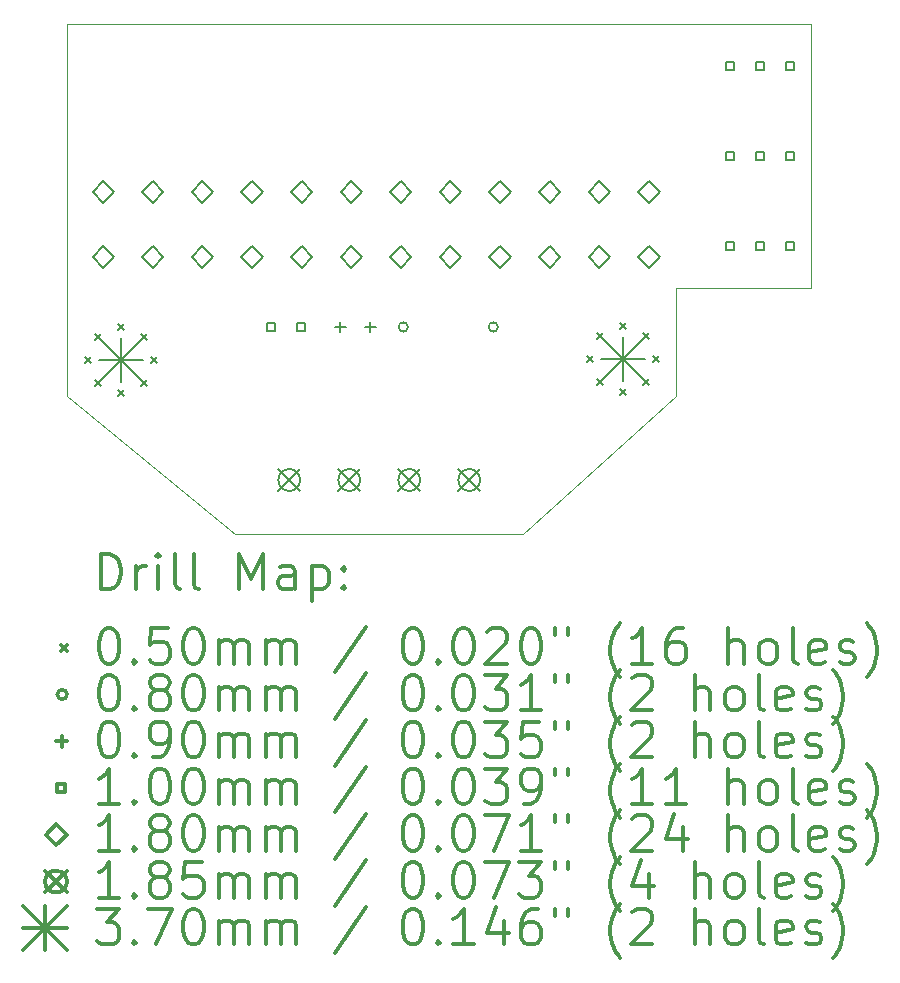
<source format=gbr>
%FSLAX45Y45*%
G04 Gerber Fmt 4.5, Leading zero omitted, Abs format (unit mm)*
G04 Created by KiCad (PCBNEW (5.1.6)-1) date 2022-09-12 11:02:47*
%MOMM*%
%LPD*%
G01*
G04 APERTURE LIST*
%TA.AperFunction,Profile*%
%ADD10C,0.050000*%
%TD*%
%ADD11C,0.200000*%
%ADD12C,0.300000*%
G04 APERTURE END LIST*
D10*
X14071600Y-12293600D02*
X12649200Y-11125200D01*
X12649200Y-11023600D02*
X12649200Y-11125200D01*
X14071600Y-12293600D02*
X15290800Y-12293600D01*
X12649200Y-7975600D02*
X12649200Y-11023600D01*
X18948400Y-7975600D02*
X12649200Y-7975600D01*
X18948400Y-10210800D02*
X18948400Y-7975600D01*
X17805400Y-10210800D02*
X18948400Y-10210800D01*
X17805400Y-11125200D02*
X17805400Y-10210800D01*
X16510000Y-12293600D02*
X17805400Y-11125200D01*
X15290800Y-12293600D02*
X16510000Y-12293600D01*
D11*
X17052678Y-10788422D02*
X17102678Y-10838422D01*
X17102678Y-10788422D02*
X17052678Y-10838422D01*
X17133956Y-10592200D02*
X17183956Y-10642200D01*
X17183956Y-10592200D02*
X17133956Y-10642200D01*
X17133956Y-10984644D02*
X17183956Y-11034644D01*
X17183956Y-10984644D02*
X17133956Y-11034644D01*
X17330178Y-10510922D02*
X17380178Y-10560922D01*
X17380178Y-10510922D02*
X17330178Y-10560922D01*
X17330178Y-11065922D02*
X17380178Y-11115922D01*
X17380178Y-11065922D02*
X17330178Y-11115922D01*
X17526400Y-10592200D02*
X17576400Y-10642200D01*
X17576400Y-10592200D02*
X17526400Y-10642200D01*
X17526400Y-10984644D02*
X17576400Y-11034644D01*
X17576400Y-10984644D02*
X17526400Y-11034644D01*
X17607678Y-10788422D02*
X17657678Y-10838422D01*
X17657678Y-10788422D02*
X17607678Y-10838422D01*
X12803900Y-10795400D02*
X12853900Y-10845400D01*
X12853900Y-10795400D02*
X12803900Y-10845400D01*
X12885178Y-10599178D02*
X12935178Y-10649178D01*
X12935178Y-10599178D02*
X12885178Y-10649178D01*
X12885178Y-10991622D02*
X12935178Y-11041622D01*
X12935178Y-10991622D02*
X12885178Y-11041622D01*
X13081400Y-10517900D02*
X13131400Y-10567900D01*
X13131400Y-10517900D02*
X13081400Y-10567900D01*
X13081400Y-11072900D02*
X13131400Y-11122900D01*
X13131400Y-11072900D02*
X13081400Y-11122900D01*
X13277622Y-10599178D02*
X13327622Y-10649178D01*
X13327622Y-10599178D02*
X13277622Y-10649178D01*
X13277622Y-10991622D02*
X13327622Y-11041622D01*
X13327622Y-10991622D02*
X13277622Y-11041622D01*
X13358900Y-10795400D02*
X13408900Y-10845400D01*
X13408900Y-10795400D02*
X13358900Y-10845400D01*
X15534000Y-10541000D02*
G75*
G03*
X15534000Y-10541000I-40000J0D01*
G01*
X16296000Y-10541000D02*
G75*
G03*
X16296000Y-10541000I-40000J0D01*
G01*
X14960600Y-10496000D02*
X14960600Y-10586000D01*
X14915600Y-10541000D02*
X15005600Y-10541000D01*
X15214600Y-10496000D02*
X15214600Y-10586000D01*
X15169600Y-10541000D02*
X15259600Y-10541000D01*
X18297956Y-8366556D02*
X18297956Y-8295844D01*
X18227244Y-8295844D01*
X18227244Y-8366556D01*
X18297956Y-8366556D01*
X18551956Y-8366556D02*
X18551956Y-8295844D01*
X18481244Y-8295844D01*
X18481244Y-8366556D01*
X18551956Y-8366556D01*
X18805956Y-8366556D02*
X18805956Y-8295844D01*
X18735244Y-8295844D01*
X18735244Y-8366556D01*
X18805956Y-8366556D01*
X14411756Y-10576356D02*
X14411756Y-10505644D01*
X14341044Y-10505644D01*
X14341044Y-10576356D01*
X14411756Y-10576356D01*
X14665756Y-10576356D02*
X14665756Y-10505644D01*
X14595044Y-10505644D01*
X14595044Y-10576356D01*
X14665756Y-10576356D01*
X18297956Y-9128556D02*
X18297956Y-9057844D01*
X18227244Y-9057844D01*
X18227244Y-9128556D01*
X18297956Y-9128556D01*
X18551956Y-9128556D02*
X18551956Y-9057844D01*
X18481244Y-9057844D01*
X18481244Y-9128556D01*
X18551956Y-9128556D01*
X18805956Y-9128556D02*
X18805956Y-9057844D01*
X18735244Y-9057844D01*
X18735244Y-9128556D01*
X18805956Y-9128556D01*
X18297956Y-9890556D02*
X18297956Y-9819844D01*
X18227244Y-9819844D01*
X18227244Y-9890556D01*
X18297956Y-9890556D01*
X18551956Y-9890556D02*
X18551956Y-9819844D01*
X18481244Y-9819844D01*
X18481244Y-9890556D01*
X18551956Y-9890556D01*
X18805956Y-9890556D02*
X18805956Y-9819844D01*
X18735244Y-9819844D01*
X18735244Y-9890556D01*
X18805956Y-9890556D01*
X12954000Y-9488000D02*
X13044000Y-9398000D01*
X12954000Y-9308000D01*
X12864000Y-9398000D01*
X12954000Y-9488000D01*
X12954000Y-10038000D02*
X13044000Y-9948000D01*
X12954000Y-9858000D01*
X12864000Y-9948000D01*
X12954000Y-10038000D01*
X13374000Y-9488000D02*
X13464000Y-9398000D01*
X13374000Y-9308000D01*
X13284000Y-9398000D01*
X13374000Y-9488000D01*
X13374000Y-10038000D02*
X13464000Y-9948000D01*
X13374000Y-9858000D01*
X13284000Y-9948000D01*
X13374000Y-10038000D01*
X13794000Y-9488000D02*
X13884000Y-9398000D01*
X13794000Y-9308000D01*
X13704000Y-9398000D01*
X13794000Y-9488000D01*
X13794000Y-10038000D02*
X13884000Y-9948000D01*
X13794000Y-9858000D01*
X13704000Y-9948000D01*
X13794000Y-10038000D01*
X14214000Y-9488000D02*
X14304000Y-9398000D01*
X14214000Y-9308000D01*
X14124000Y-9398000D01*
X14214000Y-9488000D01*
X14214000Y-10038000D02*
X14304000Y-9948000D01*
X14214000Y-9858000D01*
X14124000Y-9948000D01*
X14214000Y-10038000D01*
X14634000Y-9488000D02*
X14724000Y-9398000D01*
X14634000Y-9308000D01*
X14544000Y-9398000D01*
X14634000Y-9488000D01*
X14634000Y-10038000D02*
X14724000Y-9948000D01*
X14634000Y-9858000D01*
X14544000Y-9948000D01*
X14634000Y-10038000D01*
X15054000Y-9488000D02*
X15144000Y-9398000D01*
X15054000Y-9308000D01*
X14964000Y-9398000D01*
X15054000Y-9488000D01*
X15054000Y-10038000D02*
X15144000Y-9948000D01*
X15054000Y-9858000D01*
X14964000Y-9948000D01*
X15054000Y-10038000D01*
X15474000Y-9488000D02*
X15564000Y-9398000D01*
X15474000Y-9308000D01*
X15384000Y-9398000D01*
X15474000Y-9488000D01*
X15474000Y-10038000D02*
X15564000Y-9948000D01*
X15474000Y-9858000D01*
X15384000Y-9948000D01*
X15474000Y-10038000D01*
X15894000Y-9488000D02*
X15984000Y-9398000D01*
X15894000Y-9308000D01*
X15804000Y-9398000D01*
X15894000Y-9488000D01*
X15894000Y-10038000D02*
X15984000Y-9948000D01*
X15894000Y-9858000D01*
X15804000Y-9948000D01*
X15894000Y-10038000D01*
X16314000Y-9488000D02*
X16404000Y-9398000D01*
X16314000Y-9308000D01*
X16224000Y-9398000D01*
X16314000Y-9488000D01*
X16314000Y-10038000D02*
X16404000Y-9948000D01*
X16314000Y-9858000D01*
X16224000Y-9948000D01*
X16314000Y-10038000D01*
X16734000Y-9488000D02*
X16824000Y-9398000D01*
X16734000Y-9308000D01*
X16644000Y-9398000D01*
X16734000Y-9488000D01*
X16734000Y-10038000D02*
X16824000Y-9948000D01*
X16734000Y-9858000D01*
X16644000Y-9948000D01*
X16734000Y-10038000D01*
X17154000Y-9488000D02*
X17244000Y-9398000D01*
X17154000Y-9308000D01*
X17064000Y-9398000D01*
X17154000Y-9488000D01*
X17154000Y-10038000D02*
X17244000Y-9948000D01*
X17154000Y-9858000D01*
X17064000Y-9948000D01*
X17154000Y-10038000D01*
X17574000Y-9488000D02*
X17664000Y-9398000D01*
X17574000Y-9308000D01*
X17484000Y-9398000D01*
X17574000Y-9488000D01*
X17574000Y-10038000D02*
X17664000Y-9948000D01*
X17574000Y-9858000D01*
X17484000Y-9948000D01*
X17574000Y-10038000D01*
X14436300Y-11743900D02*
X14621300Y-11928900D01*
X14621300Y-11743900D02*
X14436300Y-11928900D01*
X14621300Y-11836400D02*
G75*
G03*
X14621300Y-11836400I-92500J0D01*
G01*
X14944300Y-11743900D02*
X15129300Y-11928900D01*
X15129300Y-11743900D02*
X14944300Y-11928900D01*
X15129300Y-11836400D02*
G75*
G03*
X15129300Y-11836400I-92500J0D01*
G01*
X15452300Y-11743900D02*
X15637300Y-11928900D01*
X15637300Y-11743900D02*
X15452300Y-11928900D01*
X15637300Y-11836400D02*
G75*
G03*
X15637300Y-11836400I-92500J0D01*
G01*
X15960300Y-11743900D02*
X16145300Y-11928900D01*
X16145300Y-11743900D02*
X15960300Y-11928900D01*
X16145300Y-11836400D02*
G75*
G03*
X16145300Y-11836400I-92500J0D01*
G01*
X17170178Y-10628422D02*
X17540178Y-10998422D01*
X17540178Y-10628422D02*
X17170178Y-10998422D01*
X17355178Y-10628422D02*
X17355178Y-10998422D01*
X17170178Y-10813422D02*
X17540178Y-10813422D01*
X12921400Y-10635400D02*
X13291400Y-11005400D01*
X13291400Y-10635400D02*
X12921400Y-11005400D01*
X13106400Y-10635400D02*
X13106400Y-11005400D01*
X12921400Y-10820400D02*
X13291400Y-10820400D01*
D12*
X12933128Y-12761814D02*
X12933128Y-12461814D01*
X13004557Y-12461814D01*
X13047414Y-12476100D01*
X13075986Y-12504671D01*
X13090271Y-12533243D01*
X13104557Y-12590386D01*
X13104557Y-12633243D01*
X13090271Y-12690386D01*
X13075986Y-12718957D01*
X13047414Y-12747529D01*
X13004557Y-12761814D01*
X12933128Y-12761814D01*
X13233128Y-12761814D02*
X13233128Y-12561814D01*
X13233128Y-12618957D02*
X13247414Y-12590386D01*
X13261700Y-12576100D01*
X13290271Y-12561814D01*
X13318843Y-12561814D01*
X13418843Y-12761814D02*
X13418843Y-12561814D01*
X13418843Y-12461814D02*
X13404557Y-12476100D01*
X13418843Y-12490386D01*
X13433128Y-12476100D01*
X13418843Y-12461814D01*
X13418843Y-12490386D01*
X13604557Y-12761814D02*
X13575986Y-12747529D01*
X13561700Y-12718957D01*
X13561700Y-12461814D01*
X13761700Y-12761814D02*
X13733128Y-12747529D01*
X13718843Y-12718957D01*
X13718843Y-12461814D01*
X14104557Y-12761814D02*
X14104557Y-12461814D01*
X14204557Y-12676100D01*
X14304557Y-12461814D01*
X14304557Y-12761814D01*
X14575986Y-12761814D02*
X14575986Y-12604671D01*
X14561700Y-12576100D01*
X14533128Y-12561814D01*
X14475986Y-12561814D01*
X14447414Y-12576100D01*
X14575986Y-12747529D02*
X14547414Y-12761814D01*
X14475986Y-12761814D01*
X14447414Y-12747529D01*
X14433128Y-12718957D01*
X14433128Y-12690386D01*
X14447414Y-12661814D01*
X14475986Y-12647529D01*
X14547414Y-12647529D01*
X14575986Y-12633243D01*
X14718843Y-12561814D02*
X14718843Y-12861814D01*
X14718843Y-12576100D02*
X14747414Y-12561814D01*
X14804557Y-12561814D01*
X14833128Y-12576100D01*
X14847414Y-12590386D01*
X14861700Y-12618957D01*
X14861700Y-12704671D01*
X14847414Y-12733243D01*
X14833128Y-12747529D01*
X14804557Y-12761814D01*
X14747414Y-12761814D01*
X14718843Y-12747529D01*
X14990271Y-12733243D02*
X15004557Y-12747529D01*
X14990271Y-12761814D01*
X14975986Y-12747529D01*
X14990271Y-12733243D01*
X14990271Y-12761814D01*
X14990271Y-12576100D02*
X15004557Y-12590386D01*
X14990271Y-12604671D01*
X14975986Y-12590386D01*
X14990271Y-12576100D01*
X14990271Y-12604671D01*
X12596700Y-13231100D02*
X12646700Y-13281100D01*
X12646700Y-13231100D02*
X12596700Y-13281100D01*
X12990271Y-13091814D02*
X13018843Y-13091814D01*
X13047414Y-13106100D01*
X13061700Y-13120386D01*
X13075986Y-13148957D01*
X13090271Y-13206100D01*
X13090271Y-13277529D01*
X13075986Y-13334671D01*
X13061700Y-13363243D01*
X13047414Y-13377529D01*
X13018843Y-13391814D01*
X12990271Y-13391814D01*
X12961700Y-13377529D01*
X12947414Y-13363243D01*
X12933128Y-13334671D01*
X12918843Y-13277529D01*
X12918843Y-13206100D01*
X12933128Y-13148957D01*
X12947414Y-13120386D01*
X12961700Y-13106100D01*
X12990271Y-13091814D01*
X13218843Y-13363243D02*
X13233128Y-13377529D01*
X13218843Y-13391814D01*
X13204557Y-13377529D01*
X13218843Y-13363243D01*
X13218843Y-13391814D01*
X13504557Y-13091814D02*
X13361700Y-13091814D01*
X13347414Y-13234671D01*
X13361700Y-13220386D01*
X13390271Y-13206100D01*
X13461700Y-13206100D01*
X13490271Y-13220386D01*
X13504557Y-13234671D01*
X13518843Y-13263243D01*
X13518843Y-13334671D01*
X13504557Y-13363243D01*
X13490271Y-13377529D01*
X13461700Y-13391814D01*
X13390271Y-13391814D01*
X13361700Y-13377529D01*
X13347414Y-13363243D01*
X13704557Y-13091814D02*
X13733128Y-13091814D01*
X13761700Y-13106100D01*
X13775986Y-13120386D01*
X13790271Y-13148957D01*
X13804557Y-13206100D01*
X13804557Y-13277529D01*
X13790271Y-13334671D01*
X13775986Y-13363243D01*
X13761700Y-13377529D01*
X13733128Y-13391814D01*
X13704557Y-13391814D01*
X13675986Y-13377529D01*
X13661700Y-13363243D01*
X13647414Y-13334671D01*
X13633128Y-13277529D01*
X13633128Y-13206100D01*
X13647414Y-13148957D01*
X13661700Y-13120386D01*
X13675986Y-13106100D01*
X13704557Y-13091814D01*
X13933128Y-13391814D02*
X13933128Y-13191814D01*
X13933128Y-13220386D02*
X13947414Y-13206100D01*
X13975986Y-13191814D01*
X14018843Y-13191814D01*
X14047414Y-13206100D01*
X14061700Y-13234671D01*
X14061700Y-13391814D01*
X14061700Y-13234671D02*
X14075986Y-13206100D01*
X14104557Y-13191814D01*
X14147414Y-13191814D01*
X14175986Y-13206100D01*
X14190271Y-13234671D01*
X14190271Y-13391814D01*
X14333128Y-13391814D02*
X14333128Y-13191814D01*
X14333128Y-13220386D02*
X14347414Y-13206100D01*
X14375986Y-13191814D01*
X14418843Y-13191814D01*
X14447414Y-13206100D01*
X14461700Y-13234671D01*
X14461700Y-13391814D01*
X14461700Y-13234671D02*
X14475986Y-13206100D01*
X14504557Y-13191814D01*
X14547414Y-13191814D01*
X14575986Y-13206100D01*
X14590271Y-13234671D01*
X14590271Y-13391814D01*
X15175986Y-13077529D02*
X14918843Y-13463243D01*
X15561700Y-13091814D02*
X15590271Y-13091814D01*
X15618843Y-13106100D01*
X15633128Y-13120386D01*
X15647414Y-13148957D01*
X15661700Y-13206100D01*
X15661700Y-13277529D01*
X15647414Y-13334671D01*
X15633128Y-13363243D01*
X15618843Y-13377529D01*
X15590271Y-13391814D01*
X15561700Y-13391814D01*
X15533128Y-13377529D01*
X15518843Y-13363243D01*
X15504557Y-13334671D01*
X15490271Y-13277529D01*
X15490271Y-13206100D01*
X15504557Y-13148957D01*
X15518843Y-13120386D01*
X15533128Y-13106100D01*
X15561700Y-13091814D01*
X15790271Y-13363243D02*
X15804557Y-13377529D01*
X15790271Y-13391814D01*
X15775986Y-13377529D01*
X15790271Y-13363243D01*
X15790271Y-13391814D01*
X15990271Y-13091814D02*
X16018843Y-13091814D01*
X16047414Y-13106100D01*
X16061700Y-13120386D01*
X16075986Y-13148957D01*
X16090271Y-13206100D01*
X16090271Y-13277529D01*
X16075986Y-13334671D01*
X16061700Y-13363243D01*
X16047414Y-13377529D01*
X16018843Y-13391814D01*
X15990271Y-13391814D01*
X15961700Y-13377529D01*
X15947414Y-13363243D01*
X15933128Y-13334671D01*
X15918843Y-13277529D01*
X15918843Y-13206100D01*
X15933128Y-13148957D01*
X15947414Y-13120386D01*
X15961700Y-13106100D01*
X15990271Y-13091814D01*
X16204557Y-13120386D02*
X16218843Y-13106100D01*
X16247414Y-13091814D01*
X16318843Y-13091814D01*
X16347414Y-13106100D01*
X16361700Y-13120386D01*
X16375986Y-13148957D01*
X16375986Y-13177529D01*
X16361700Y-13220386D01*
X16190271Y-13391814D01*
X16375986Y-13391814D01*
X16561700Y-13091814D02*
X16590271Y-13091814D01*
X16618843Y-13106100D01*
X16633128Y-13120386D01*
X16647414Y-13148957D01*
X16661700Y-13206100D01*
X16661700Y-13277529D01*
X16647414Y-13334671D01*
X16633128Y-13363243D01*
X16618843Y-13377529D01*
X16590271Y-13391814D01*
X16561700Y-13391814D01*
X16533128Y-13377529D01*
X16518843Y-13363243D01*
X16504557Y-13334671D01*
X16490271Y-13277529D01*
X16490271Y-13206100D01*
X16504557Y-13148957D01*
X16518843Y-13120386D01*
X16533128Y-13106100D01*
X16561700Y-13091814D01*
X16775986Y-13091814D02*
X16775986Y-13148957D01*
X16890271Y-13091814D02*
X16890271Y-13148957D01*
X17333128Y-13506100D02*
X17318843Y-13491814D01*
X17290271Y-13448957D01*
X17275986Y-13420386D01*
X17261700Y-13377529D01*
X17247414Y-13306100D01*
X17247414Y-13248957D01*
X17261700Y-13177529D01*
X17275986Y-13134671D01*
X17290271Y-13106100D01*
X17318843Y-13063243D01*
X17333128Y-13048957D01*
X17604557Y-13391814D02*
X17433128Y-13391814D01*
X17518843Y-13391814D02*
X17518843Y-13091814D01*
X17490271Y-13134671D01*
X17461700Y-13163243D01*
X17433128Y-13177529D01*
X17861700Y-13091814D02*
X17804557Y-13091814D01*
X17775986Y-13106100D01*
X17761700Y-13120386D01*
X17733128Y-13163243D01*
X17718843Y-13220386D01*
X17718843Y-13334671D01*
X17733128Y-13363243D01*
X17747414Y-13377529D01*
X17775986Y-13391814D01*
X17833128Y-13391814D01*
X17861700Y-13377529D01*
X17875986Y-13363243D01*
X17890271Y-13334671D01*
X17890271Y-13263243D01*
X17875986Y-13234671D01*
X17861700Y-13220386D01*
X17833128Y-13206100D01*
X17775986Y-13206100D01*
X17747414Y-13220386D01*
X17733128Y-13234671D01*
X17718843Y-13263243D01*
X18247414Y-13391814D02*
X18247414Y-13091814D01*
X18375986Y-13391814D02*
X18375986Y-13234671D01*
X18361700Y-13206100D01*
X18333128Y-13191814D01*
X18290271Y-13191814D01*
X18261700Y-13206100D01*
X18247414Y-13220386D01*
X18561700Y-13391814D02*
X18533128Y-13377529D01*
X18518843Y-13363243D01*
X18504557Y-13334671D01*
X18504557Y-13248957D01*
X18518843Y-13220386D01*
X18533128Y-13206100D01*
X18561700Y-13191814D01*
X18604557Y-13191814D01*
X18633128Y-13206100D01*
X18647414Y-13220386D01*
X18661700Y-13248957D01*
X18661700Y-13334671D01*
X18647414Y-13363243D01*
X18633128Y-13377529D01*
X18604557Y-13391814D01*
X18561700Y-13391814D01*
X18833128Y-13391814D02*
X18804557Y-13377529D01*
X18790271Y-13348957D01*
X18790271Y-13091814D01*
X19061700Y-13377529D02*
X19033128Y-13391814D01*
X18975986Y-13391814D01*
X18947414Y-13377529D01*
X18933128Y-13348957D01*
X18933128Y-13234671D01*
X18947414Y-13206100D01*
X18975986Y-13191814D01*
X19033128Y-13191814D01*
X19061700Y-13206100D01*
X19075986Y-13234671D01*
X19075986Y-13263243D01*
X18933128Y-13291814D01*
X19190271Y-13377529D02*
X19218843Y-13391814D01*
X19275986Y-13391814D01*
X19304557Y-13377529D01*
X19318843Y-13348957D01*
X19318843Y-13334671D01*
X19304557Y-13306100D01*
X19275986Y-13291814D01*
X19233128Y-13291814D01*
X19204557Y-13277529D01*
X19190271Y-13248957D01*
X19190271Y-13234671D01*
X19204557Y-13206100D01*
X19233128Y-13191814D01*
X19275986Y-13191814D01*
X19304557Y-13206100D01*
X19418843Y-13506100D02*
X19433128Y-13491814D01*
X19461700Y-13448957D01*
X19475986Y-13420386D01*
X19490271Y-13377529D01*
X19504557Y-13306100D01*
X19504557Y-13248957D01*
X19490271Y-13177529D01*
X19475986Y-13134671D01*
X19461700Y-13106100D01*
X19433128Y-13063243D01*
X19418843Y-13048957D01*
X12646700Y-13652100D02*
G75*
G03*
X12646700Y-13652100I-40000J0D01*
G01*
X12990271Y-13487814D02*
X13018843Y-13487814D01*
X13047414Y-13502100D01*
X13061700Y-13516386D01*
X13075986Y-13544957D01*
X13090271Y-13602100D01*
X13090271Y-13673529D01*
X13075986Y-13730671D01*
X13061700Y-13759243D01*
X13047414Y-13773529D01*
X13018843Y-13787814D01*
X12990271Y-13787814D01*
X12961700Y-13773529D01*
X12947414Y-13759243D01*
X12933128Y-13730671D01*
X12918843Y-13673529D01*
X12918843Y-13602100D01*
X12933128Y-13544957D01*
X12947414Y-13516386D01*
X12961700Y-13502100D01*
X12990271Y-13487814D01*
X13218843Y-13759243D02*
X13233128Y-13773529D01*
X13218843Y-13787814D01*
X13204557Y-13773529D01*
X13218843Y-13759243D01*
X13218843Y-13787814D01*
X13404557Y-13616386D02*
X13375986Y-13602100D01*
X13361700Y-13587814D01*
X13347414Y-13559243D01*
X13347414Y-13544957D01*
X13361700Y-13516386D01*
X13375986Y-13502100D01*
X13404557Y-13487814D01*
X13461700Y-13487814D01*
X13490271Y-13502100D01*
X13504557Y-13516386D01*
X13518843Y-13544957D01*
X13518843Y-13559243D01*
X13504557Y-13587814D01*
X13490271Y-13602100D01*
X13461700Y-13616386D01*
X13404557Y-13616386D01*
X13375986Y-13630671D01*
X13361700Y-13644957D01*
X13347414Y-13673529D01*
X13347414Y-13730671D01*
X13361700Y-13759243D01*
X13375986Y-13773529D01*
X13404557Y-13787814D01*
X13461700Y-13787814D01*
X13490271Y-13773529D01*
X13504557Y-13759243D01*
X13518843Y-13730671D01*
X13518843Y-13673529D01*
X13504557Y-13644957D01*
X13490271Y-13630671D01*
X13461700Y-13616386D01*
X13704557Y-13487814D02*
X13733128Y-13487814D01*
X13761700Y-13502100D01*
X13775986Y-13516386D01*
X13790271Y-13544957D01*
X13804557Y-13602100D01*
X13804557Y-13673529D01*
X13790271Y-13730671D01*
X13775986Y-13759243D01*
X13761700Y-13773529D01*
X13733128Y-13787814D01*
X13704557Y-13787814D01*
X13675986Y-13773529D01*
X13661700Y-13759243D01*
X13647414Y-13730671D01*
X13633128Y-13673529D01*
X13633128Y-13602100D01*
X13647414Y-13544957D01*
X13661700Y-13516386D01*
X13675986Y-13502100D01*
X13704557Y-13487814D01*
X13933128Y-13787814D02*
X13933128Y-13587814D01*
X13933128Y-13616386D02*
X13947414Y-13602100D01*
X13975986Y-13587814D01*
X14018843Y-13587814D01*
X14047414Y-13602100D01*
X14061700Y-13630671D01*
X14061700Y-13787814D01*
X14061700Y-13630671D02*
X14075986Y-13602100D01*
X14104557Y-13587814D01*
X14147414Y-13587814D01*
X14175986Y-13602100D01*
X14190271Y-13630671D01*
X14190271Y-13787814D01*
X14333128Y-13787814D02*
X14333128Y-13587814D01*
X14333128Y-13616386D02*
X14347414Y-13602100D01*
X14375986Y-13587814D01*
X14418843Y-13587814D01*
X14447414Y-13602100D01*
X14461700Y-13630671D01*
X14461700Y-13787814D01*
X14461700Y-13630671D02*
X14475986Y-13602100D01*
X14504557Y-13587814D01*
X14547414Y-13587814D01*
X14575986Y-13602100D01*
X14590271Y-13630671D01*
X14590271Y-13787814D01*
X15175986Y-13473529D02*
X14918843Y-13859243D01*
X15561700Y-13487814D02*
X15590271Y-13487814D01*
X15618843Y-13502100D01*
X15633128Y-13516386D01*
X15647414Y-13544957D01*
X15661700Y-13602100D01*
X15661700Y-13673529D01*
X15647414Y-13730671D01*
X15633128Y-13759243D01*
X15618843Y-13773529D01*
X15590271Y-13787814D01*
X15561700Y-13787814D01*
X15533128Y-13773529D01*
X15518843Y-13759243D01*
X15504557Y-13730671D01*
X15490271Y-13673529D01*
X15490271Y-13602100D01*
X15504557Y-13544957D01*
X15518843Y-13516386D01*
X15533128Y-13502100D01*
X15561700Y-13487814D01*
X15790271Y-13759243D02*
X15804557Y-13773529D01*
X15790271Y-13787814D01*
X15775986Y-13773529D01*
X15790271Y-13759243D01*
X15790271Y-13787814D01*
X15990271Y-13487814D02*
X16018843Y-13487814D01*
X16047414Y-13502100D01*
X16061700Y-13516386D01*
X16075986Y-13544957D01*
X16090271Y-13602100D01*
X16090271Y-13673529D01*
X16075986Y-13730671D01*
X16061700Y-13759243D01*
X16047414Y-13773529D01*
X16018843Y-13787814D01*
X15990271Y-13787814D01*
X15961700Y-13773529D01*
X15947414Y-13759243D01*
X15933128Y-13730671D01*
X15918843Y-13673529D01*
X15918843Y-13602100D01*
X15933128Y-13544957D01*
X15947414Y-13516386D01*
X15961700Y-13502100D01*
X15990271Y-13487814D01*
X16190271Y-13487814D02*
X16375986Y-13487814D01*
X16275986Y-13602100D01*
X16318843Y-13602100D01*
X16347414Y-13616386D01*
X16361700Y-13630671D01*
X16375986Y-13659243D01*
X16375986Y-13730671D01*
X16361700Y-13759243D01*
X16347414Y-13773529D01*
X16318843Y-13787814D01*
X16233128Y-13787814D01*
X16204557Y-13773529D01*
X16190271Y-13759243D01*
X16661700Y-13787814D02*
X16490271Y-13787814D01*
X16575986Y-13787814D02*
X16575986Y-13487814D01*
X16547414Y-13530671D01*
X16518843Y-13559243D01*
X16490271Y-13573529D01*
X16775986Y-13487814D02*
X16775986Y-13544957D01*
X16890271Y-13487814D02*
X16890271Y-13544957D01*
X17333128Y-13902100D02*
X17318843Y-13887814D01*
X17290271Y-13844957D01*
X17275986Y-13816386D01*
X17261700Y-13773529D01*
X17247414Y-13702100D01*
X17247414Y-13644957D01*
X17261700Y-13573529D01*
X17275986Y-13530671D01*
X17290271Y-13502100D01*
X17318843Y-13459243D01*
X17333128Y-13444957D01*
X17433128Y-13516386D02*
X17447414Y-13502100D01*
X17475986Y-13487814D01*
X17547414Y-13487814D01*
X17575986Y-13502100D01*
X17590271Y-13516386D01*
X17604557Y-13544957D01*
X17604557Y-13573529D01*
X17590271Y-13616386D01*
X17418843Y-13787814D01*
X17604557Y-13787814D01*
X17961700Y-13787814D02*
X17961700Y-13487814D01*
X18090271Y-13787814D02*
X18090271Y-13630671D01*
X18075986Y-13602100D01*
X18047414Y-13587814D01*
X18004557Y-13587814D01*
X17975986Y-13602100D01*
X17961700Y-13616386D01*
X18275986Y-13787814D02*
X18247414Y-13773529D01*
X18233128Y-13759243D01*
X18218843Y-13730671D01*
X18218843Y-13644957D01*
X18233128Y-13616386D01*
X18247414Y-13602100D01*
X18275986Y-13587814D01*
X18318843Y-13587814D01*
X18347414Y-13602100D01*
X18361700Y-13616386D01*
X18375986Y-13644957D01*
X18375986Y-13730671D01*
X18361700Y-13759243D01*
X18347414Y-13773529D01*
X18318843Y-13787814D01*
X18275986Y-13787814D01*
X18547414Y-13787814D02*
X18518843Y-13773529D01*
X18504557Y-13744957D01*
X18504557Y-13487814D01*
X18775986Y-13773529D02*
X18747414Y-13787814D01*
X18690271Y-13787814D01*
X18661700Y-13773529D01*
X18647414Y-13744957D01*
X18647414Y-13630671D01*
X18661700Y-13602100D01*
X18690271Y-13587814D01*
X18747414Y-13587814D01*
X18775986Y-13602100D01*
X18790271Y-13630671D01*
X18790271Y-13659243D01*
X18647414Y-13687814D01*
X18904557Y-13773529D02*
X18933128Y-13787814D01*
X18990271Y-13787814D01*
X19018843Y-13773529D01*
X19033128Y-13744957D01*
X19033128Y-13730671D01*
X19018843Y-13702100D01*
X18990271Y-13687814D01*
X18947414Y-13687814D01*
X18918843Y-13673529D01*
X18904557Y-13644957D01*
X18904557Y-13630671D01*
X18918843Y-13602100D01*
X18947414Y-13587814D01*
X18990271Y-13587814D01*
X19018843Y-13602100D01*
X19133128Y-13902100D02*
X19147414Y-13887814D01*
X19175986Y-13844957D01*
X19190271Y-13816386D01*
X19204557Y-13773529D01*
X19218843Y-13702100D01*
X19218843Y-13644957D01*
X19204557Y-13573529D01*
X19190271Y-13530671D01*
X19175986Y-13502100D01*
X19147414Y-13459243D01*
X19133128Y-13444957D01*
X12601700Y-14003100D02*
X12601700Y-14093100D01*
X12556700Y-14048100D02*
X12646700Y-14048100D01*
X12990271Y-13883814D02*
X13018843Y-13883814D01*
X13047414Y-13898100D01*
X13061700Y-13912386D01*
X13075986Y-13940957D01*
X13090271Y-13998100D01*
X13090271Y-14069529D01*
X13075986Y-14126671D01*
X13061700Y-14155243D01*
X13047414Y-14169529D01*
X13018843Y-14183814D01*
X12990271Y-14183814D01*
X12961700Y-14169529D01*
X12947414Y-14155243D01*
X12933128Y-14126671D01*
X12918843Y-14069529D01*
X12918843Y-13998100D01*
X12933128Y-13940957D01*
X12947414Y-13912386D01*
X12961700Y-13898100D01*
X12990271Y-13883814D01*
X13218843Y-14155243D02*
X13233128Y-14169529D01*
X13218843Y-14183814D01*
X13204557Y-14169529D01*
X13218843Y-14155243D01*
X13218843Y-14183814D01*
X13375986Y-14183814D02*
X13433128Y-14183814D01*
X13461700Y-14169529D01*
X13475986Y-14155243D01*
X13504557Y-14112386D01*
X13518843Y-14055243D01*
X13518843Y-13940957D01*
X13504557Y-13912386D01*
X13490271Y-13898100D01*
X13461700Y-13883814D01*
X13404557Y-13883814D01*
X13375986Y-13898100D01*
X13361700Y-13912386D01*
X13347414Y-13940957D01*
X13347414Y-14012386D01*
X13361700Y-14040957D01*
X13375986Y-14055243D01*
X13404557Y-14069529D01*
X13461700Y-14069529D01*
X13490271Y-14055243D01*
X13504557Y-14040957D01*
X13518843Y-14012386D01*
X13704557Y-13883814D02*
X13733128Y-13883814D01*
X13761700Y-13898100D01*
X13775986Y-13912386D01*
X13790271Y-13940957D01*
X13804557Y-13998100D01*
X13804557Y-14069529D01*
X13790271Y-14126671D01*
X13775986Y-14155243D01*
X13761700Y-14169529D01*
X13733128Y-14183814D01*
X13704557Y-14183814D01*
X13675986Y-14169529D01*
X13661700Y-14155243D01*
X13647414Y-14126671D01*
X13633128Y-14069529D01*
X13633128Y-13998100D01*
X13647414Y-13940957D01*
X13661700Y-13912386D01*
X13675986Y-13898100D01*
X13704557Y-13883814D01*
X13933128Y-14183814D02*
X13933128Y-13983814D01*
X13933128Y-14012386D02*
X13947414Y-13998100D01*
X13975986Y-13983814D01*
X14018843Y-13983814D01*
X14047414Y-13998100D01*
X14061700Y-14026671D01*
X14061700Y-14183814D01*
X14061700Y-14026671D02*
X14075986Y-13998100D01*
X14104557Y-13983814D01*
X14147414Y-13983814D01*
X14175986Y-13998100D01*
X14190271Y-14026671D01*
X14190271Y-14183814D01*
X14333128Y-14183814D02*
X14333128Y-13983814D01*
X14333128Y-14012386D02*
X14347414Y-13998100D01*
X14375986Y-13983814D01*
X14418843Y-13983814D01*
X14447414Y-13998100D01*
X14461700Y-14026671D01*
X14461700Y-14183814D01*
X14461700Y-14026671D02*
X14475986Y-13998100D01*
X14504557Y-13983814D01*
X14547414Y-13983814D01*
X14575986Y-13998100D01*
X14590271Y-14026671D01*
X14590271Y-14183814D01*
X15175986Y-13869529D02*
X14918843Y-14255243D01*
X15561700Y-13883814D02*
X15590271Y-13883814D01*
X15618843Y-13898100D01*
X15633128Y-13912386D01*
X15647414Y-13940957D01*
X15661700Y-13998100D01*
X15661700Y-14069529D01*
X15647414Y-14126671D01*
X15633128Y-14155243D01*
X15618843Y-14169529D01*
X15590271Y-14183814D01*
X15561700Y-14183814D01*
X15533128Y-14169529D01*
X15518843Y-14155243D01*
X15504557Y-14126671D01*
X15490271Y-14069529D01*
X15490271Y-13998100D01*
X15504557Y-13940957D01*
X15518843Y-13912386D01*
X15533128Y-13898100D01*
X15561700Y-13883814D01*
X15790271Y-14155243D02*
X15804557Y-14169529D01*
X15790271Y-14183814D01*
X15775986Y-14169529D01*
X15790271Y-14155243D01*
X15790271Y-14183814D01*
X15990271Y-13883814D02*
X16018843Y-13883814D01*
X16047414Y-13898100D01*
X16061700Y-13912386D01*
X16075986Y-13940957D01*
X16090271Y-13998100D01*
X16090271Y-14069529D01*
X16075986Y-14126671D01*
X16061700Y-14155243D01*
X16047414Y-14169529D01*
X16018843Y-14183814D01*
X15990271Y-14183814D01*
X15961700Y-14169529D01*
X15947414Y-14155243D01*
X15933128Y-14126671D01*
X15918843Y-14069529D01*
X15918843Y-13998100D01*
X15933128Y-13940957D01*
X15947414Y-13912386D01*
X15961700Y-13898100D01*
X15990271Y-13883814D01*
X16190271Y-13883814D02*
X16375986Y-13883814D01*
X16275986Y-13998100D01*
X16318843Y-13998100D01*
X16347414Y-14012386D01*
X16361700Y-14026671D01*
X16375986Y-14055243D01*
X16375986Y-14126671D01*
X16361700Y-14155243D01*
X16347414Y-14169529D01*
X16318843Y-14183814D01*
X16233128Y-14183814D01*
X16204557Y-14169529D01*
X16190271Y-14155243D01*
X16647414Y-13883814D02*
X16504557Y-13883814D01*
X16490271Y-14026671D01*
X16504557Y-14012386D01*
X16533128Y-13998100D01*
X16604557Y-13998100D01*
X16633128Y-14012386D01*
X16647414Y-14026671D01*
X16661700Y-14055243D01*
X16661700Y-14126671D01*
X16647414Y-14155243D01*
X16633128Y-14169529D01*
X16604557Y-14183814D01*
X16533128Y-14183814D01*
X16504557Y-14169529D01*
X16490271Y-14155243D01*
X16775986Y-13883814D02*
X16775986Y-13940957D01*
X16890271Y-13883814D02*
X16890271Y-13940957D01*
X17333128Y-14298100D02*
X17318843Y-14283814D01*
X17290271Y-14240957D01*
X17275986Y-14212386D01*
X17261700Y-14169529D01*
X17247414Y-14098100D01*
X17247414Y-14040957D01*
X17261700Y-13969529D01*
X17275986Y-13926671D01*
X17290271Y-13898100D01*
X17318843Y-13855243D01*
X17333128Y-13840957D01*
X17433128Y-13912386D02*
X17447414Y-13898100D01*
X17475986Y-13883814D01*
X17547414Y-13883814D01*
X17575986Y-13898100D01*
X17590271Y-13912386D01*
X17604557Y-13940957D01*
X17604557Y-13969529D01*
X17590271Y-14012386D01*
X17418843Y-14183814D01*
X17604557Y-14183814D01*
X17961700Y-14183814D02*
X17961700Y-13883814D01*
X18090271Y-14183814D02*
X18090271Y-14026671D01*
X18075986Y-13998100D01*
X18047414Y-13983814D01*
X18004557Y-13983814D01*
X17975986Y-13998100D01*
X17961700Y-14012386D01*
X18275986Y-14183814D02*
X18247414Y-14169529D01*
X18233128Y-14155243D01*
X18218843Y-14126671D01*
X18218843Y-14040957D01*
X18233128Y-14012386D01*
X18247414Y-13998100D01*
X18275986Y-13983814D01*
X18318843Y-13983814D01*
X18347414Y-13998100D01*
X18361700Y-14012386D01*
X18375986Y-14040957D01*
X18375986Y-14126671D01*
X18361700Y-14155243D01*
X18347414Y-14169529D01*
X18318843Y-14183814D01*
X18275986Y-14183814D01*
X18547414Y-14183814D02*
X18518843Y-14169529D01*
X18504557Y-14140957D01*
X18504557Y-13883814D01*
X18775986Y-14169529D02*
X18747414Y-14183814D01*
X18690271Y-14183814D01*
X18661700Y-14169529D01*
X18647414Y-14140957D01*
X18647414Y-14026671D01*
X18661700Y-13998100D01*
X18690271Y-13983814D01*
X18747414Y-13983814D01*
X18775986Y-13998100D01*
X18790271Y-14026671D01*
X18790271Y-14055243D01*
X18647414Y-14083814D01*
X18904557Y-14169529D02*
X18933128Y-14183814D01*
X18990271Y-14183814D01*
X19018843Y-14169529D01*
X19033128Y-14140957D01*
X19033128Y-14126671D01*
X19018843Y-14098100D01*
X18990271Y-14083814D01*
X18947414Y-14083814D01*
X18918843Y-14069529D01*
X18904557Y-14040957D01*
X18904557Y-14026671D01*
X18918843Y-13998100D01*
X18947414Y-13983814D01*
X18990271Y-13983814D01*
X19018843Y-13998100D01*
X19133128Y-14298100D02*
X19147414Y-14283814D01*
X19175986Y-14240957D01*
X19190271Y-14212386D01*
X19204557Y-14169529D01*
X19218843Y-14098100D01*
X19218843Y-14040957D01*
X19204557Y-13969529D01*
X19190271Y-13926671D01*
X19175986Y-13898100D01*
X19147414Y-13855243D01*
X19133128Y-13840957D01*
X12632056Y-14479456D02*
X12632056Y-14408744D01*
X12561344Y-14408744D01*
X12561344Y-14479456D01*
X12632056Y-14479456D01*
X13090271Y-14579814D02*
X12918843Y-14579814D01*
X13004557Y-14579814D02*
X13004557Y-14279814D01*
X12975986Y-14322671D01*
X12947414Y-14351243D01*
X12918843Y-14365529D01*
X13218843Y-14551243D02*
X13233128Y-14565529D01*
X13218843Y-14579814D01*
X13204557Y-14565529D01*
X13218843Y-14551243D01*
X13218843Y-14579814D01*
X13418843Y-14279814D02*
X13447414Y-14279814D01*
X13475986Y-14294100D01*
X13490271Y-14308386D01*
X13504557Y-14336957D01*
X13518843Y-14394100D01*
X13518843Y-14465529D01*
X13504557Y-14522671D01*
X13490271Y-14551243D01*
X13475986Y-14565529D01*
X13447414Y-14579814D01*
X13418843Y-14579814D01*
X13390271Y-14565529D01*
X13375986Y-14551243D01*
X13361700Y-14522671D01*
X13347414Y-14465529D01*
X13347414Y-14394100D01*
X13361700Y-14336957D01*
X13375986Y-14308386D01*
X13390271Y-14294100D01*
X13418843Y-14279814D01*
X13704557Y-14279814D02*
X13733128Y-14279814D01*
X13761700Y-14294100D01*
X13775986Y-14308386D01*
X13790271Y-14336957D01*
X13804557Y-14394100D01*
X13804557Y-14465529D01*
X13790271Y-14522671D01*
X13775986Y-14551243D01*
X13761700Y-14565529D01*
X13733128Y-14579814D01*
X13704557Y-14579814D01*
X13675986Y-14565529D01*
X13661700Y-14551243D01*
X13647414Y-14522671D01*
X13633128Y-14465529D01*
X13633128Y-14394100D01*
X13647414Y-14336957D01*
X13661700Y-14308386D01*
X13675986Y-14294100D01*
X13704557Y-14279814D01*
X13933128Y-14579814D02*
X13933128Y-14379814D01*
X13933128Y-14408386D02*
X13947414Y-14394100D01*
X13975986Y-14379814D01*
X14018843Y-14379814D01*
X14047414Y-14394100D01*
X14061700Y-14422671D01*
X14061700Y-14579814D01*
X14061700Y-14422671D02*
X14075986Y-14394100D01*
X14104557Y-14379814D01*
X14147414Y-14379814D01*
X14175986Y-14394100D01*
X14190271Y-14422671D01*
X14190271Y-14579814D01*
X14333128Y-14579814D02*
X14333128Y-14379814D01*
X14333128Y-14408386D02*
X14347414Y-14394100D01*
X14375986Y-14379814D01*
X14418843Y-14379814D01*
X14447414Y-14394100D01*
X14461700Y-14422671D01*
X14461700Y-14579814D01*
X14461700Y-14422671D02*
X14475986Y-14394100D01*
X14504557Y-14379814D01*
X14547414Y-14379814D01*
X14575986Y-14394100D01*
X14590271Y-14422671D01*
X14590271Y-14579814D01*
X15175986Y-14265529D02*
X14918843Y-14651243D01*
X15561700Y-14279814D02*
X15590271Y-14279814D01*
X15618843Y-14294100D01*
X15633128Y-14308386D01*
X15647414Y-14336957D01*
X15661700Y-14394100D01*
X15661700Y-14465529D01*
X15647414Y-14522671D01*
X15633128Y-14551243D01*
X15618843Y-14565529D01*
X15590271Y-14579814D01*
X15561700Y-14579814D01*
X15533128Y-14565529D01*
X15518843Y-14551243D01*
X15504557Y-14522671D01*
X15490271Y-14465529D01*
X15490271Y-14394100D01*
X15504557Y-14336957D01*
X15518843Y-14308386D01*
X15533128Y-14294100D01*
X15561700Y-14279814D01*
X15790271Y-14551243D02*
X15804557Y-14565529D01*
X15790271Y-14579814D01*
X15775986Y-14565529D01*
X15790271Y-14551243D01*
X15790271Y-14579814D01*
X15990271Y-14279814D02*
X16018843Y-14279814D01*
X16047414Y-14294100D01*
X16061700Y-14308386D01*
X16075986Y-14336957D01*
X16090271Y-14394100D01*
X16090271Y-14465529D01*
X16075986Y-14522671D01*
X16061700Y-14551243D01*
X16047414Y-14565529D01*
X16018843Y-14579814D01*
X15990271Y-14579814D01*
X15961700Y-14565529D01*
X15947414Y-14551243D01*
X15933128Y-14522671D01*
X15918843Y-14465529D01*
X15918843Y-14394100D01*
X15933128Y-14336957D01*
X15947414Y-14308386D01*
X15961700Y-14294100D01*
X15990271Y-14279814D01*
X16190271Y-14279814D02*
X16375986Y-14279814D01*
X16275986Y-14394100D01*
X16318843Y-14394100D01*
X16347414Y-14408386D01*
X16361700Y-14422671D01*
X16375986Y-14451243D01*
X16375986Y-14522671D01*
X16361700Y-14551243D01*
X16347414Y-14565529D01*
X16318843Y-14579814D01*
X16233128Y-14579814D01*
X16204557Y-14565529D01*
X16190271Y-14551243D01*
X16518843Y-14579814D02*
X16575986Y-14579814D01*
X16604557Y-14565529D01*
X16618843Y-14551243D01*
X16647414Y-14508386D01*
X16661700Y-14451243D01*
X16661700Y-14336957D01*
X16647414Y-14308386D01*
X16633128Y-14294100D01*
X16604557Y-14279814D01*
X16547414Y-14279814D01*
X16518843Y-14294100D01*
X16504557Y-14308386D01*
X16490271Y-14336957D01*
X16490271Y-14408386D01*
X16504557Y-14436957D01*
X16518843Y-14451243D01*
X16547414Y-14465529D01*
X16604557Y-14465529D01*
X16633128Y-14451243D01*
X16647414Y-14436957D01*
X16661700Y-14408386D01*
X16775986Y-14279814D02*
X16775986Y-14336957D01*
X16890271Y-14279814D02*
X16890271Y-14336957D01*
X17333128Y-14694100D02*
X17318843Y-14679814D01*
X17290271Y-14636957D01*
X17275986Y-14608386D01*
X17261700Y-14565529D01*
X17247414Y-14494100D01*
X17247414Y-14436957D01*
X17261700Y-14365529D01*
X17275986Y-14322671D01*
X17290271Y-14294100D01*
X17318843Y-14251243D01*
X17333128Y-14236957D01*
X17604557Y-14579814D02*
X17433128Y-14579814D01*
X17518843Y-14579814D02*
X17518843Y-14279814D01*
X17490271Y-14322671D01*
X17461700Y-14351243D01*
X17433128Y-14365529D01*
X17890271Y-14579814D02*
X17718843Y-14579814D01*
X17804557Y-14579814D02*
X17804557Y-14279814D01*
X17775986Y-14322671D01*
X17747414Y-14351243D01*
X17718843Y-14365529D01*
X18247414Y-14579814D02*
X18247414Y-14279814D01*
X18375986Y-14579814D02*
X18375986Y-14422671D01*
X18361700Y-14394100D01*
X18333128Y-14379814D01*
X18290271Y-14379814D01*
X18261700Y-14394100D01*
X18247414Y-14408386D01*
X18561700Y-14579814D02*
X18533128Y-14565529D01*
X18518843Y-14551243D01*
X18504557Y-14522671D01*
X18504557Y-14436957D01*
X18518843Y-14408386D01*
X18533128Y-14394100D01*
X18561700Y-14379814D01*
X18604557Y-14379814D01*
X18633128Y-14394100D01*
X18647414Y-14408386D01*
X18661700Y-14436957D01*
X18661700Y-14522671D01*
X18647414Y-14551243D01*
X18633128Y-14565529D01*
X18604557Y-14579814D01*
X18561700Y-14579814D01*
X18833128Y-14579814D02*
X18804557Y-14565529D01*
X18790271Y-14536957D01*
X18790271Y-14279814D01*
X19061700Y-14565529D02*
X19033128Y-14579814D01*
X18975986Y-14579814D01*
X18947414Y-14565529D01*
X18933128Y-14536957D01*
X18933128Y-14422671D01*
X18947414Y-14394100D01*
X18975986Y-14379814D01*
X19033128Y-14379814D01*
X19061700Y-14394100D01*
X19075986Y-14422671D01*
X19075986Y-14451243D01*
X18933128Y-14479814D01*
X19190271Y-14565529D02*
X19218843Y-14579814D01*
X19275986Y-14579814D01*
X19304557Y-14565529D01*
X19318843Y-14536957D01*
X19318843Y-14522671D01*
X19304557Y-14494100D01*
X19275986Y-14479814D01*
X19233128Y-14479814D01*
X19204557Y-14465529D01*
X19190271Y-14436957D01*
X19190271Y-14422671D01*
X19204557Y-14394100D01*
X19233128Y-14379814D01*
X19275986Y-14379814D01*
X19304557Y-14394100D01*
X19418843Y-14694100D02*
X19433128Y-14679814D01*
X19461700Y-14636957D01*
X19475986Y-14608386D01*
X19490271Y-14565529D01*
X19504557Y-14494100D01*
X19504557Y-14436957D01*
X19490271Y-14365529D01*
X19475986Y-14322671D01*
X19461700Y-14294100D01*
X19433128Y-14251243D01*
X19418843Y-14236957D01*
X12556700Y-14930100D02*
X12646700Y-14840100D01*
X12556700Y-14750100D01*
X12466700Y-14840100D01*
X12556700Y-14930100D01*
X13090271Y-14975814D02*
X12918843Y-14975814D01*
X13004557Y-14975814D02*
X13004557Y-14675814D01*
X12975986Y-14718671D01*
X12947414Y-14747243D01*
X12918843Y-14761529D01*
X13218843Y-14947243D02*
X13233128Y-14961529D01*
X13218843Y-14975814D01*
X13204557Y-14961529D01*
X13218843Y-14947243D01*
X13218843Y-14975814D01*
X13404557Y-14804386D02*
X13375986Y-14790100D01*
X13361700Y-14775814D01*
X13347414Y-14747243D01*
X13347414Y-14732957D01*
X13361700Y-14704386D01*
X13375986Y-14690100D01*
X13404557Y-14675814D01*
X13461700Y-14675814D01*
X13490271Y-14690100D01*
X13504557Y-14704386D01*
X13518843Y-14732957D01*
X13518843Y-14747243D01*
X13504557Y-14775814D01*
X13490271Y-14790100D01*
X13461700Y-14804386D01*
X13404557Y-14804386D01*
X13375986Y-14818671D01*
X13361700Y-14832957D01*
X13347414Y-14861529D01*
X13347414Y-14918671D01*
X13361700Y-14947243D01*
X13375986Y-14961529D01*
X13404557Y-14975814D01*
X13461700Y-14975814D01*
X13490271Y-14961529D01*
X13504557Y-14947243D01*
X13518843Y-14918671D01*
X13518843Y-14861529D01*
X13504557Y-14832957D01*
X13490271Y-14818671D01*
X13461700Y-14804386D01*
X13704557Y-14675814D02*
X13733128Y-14675814D01*
X13761700Y-14690100D01*
X13775986Y-14704386D01*
X13790271Y-14732957D01*
X13804557Y-14790100D01*
X13804557Y-14861529D01*
X13790271Y-14918671D01*
X13775986Y-14947243D01*
X13761700Y-14961529D01*
X13733128Y-14975814D01*
X13704557Y-14975814D01*
X13675986Y-14961529D01*
X13661700Y-14947243D01*
X13647414Y-14918671D01*
X13633128Y-14861529D01*
X13633128Y-14790100D01*
X13647414Y-14732957D01*
X13661700Y-14704386D01*
X13675986Y-14690100D01*
X13704557Y-14675814D01*
X13933128Y-14975814D02*
X13933128Y-14775814D01*
X13933128Y-14804386D02*
X13947414Y-14790100D01*
X13975986Y-14775814D01*
X14018843Y-14775814D01*
X14047414Y-14790100D01*
X14061700Y-14818671D01*
X14061700Y-14975814D01*
X14061700Y-14818671D02*
X14075986Y-14790100D01*
X14104557Y-14775814D01*
X14147414Y-14775814D01*
X14175986Y-14790100D01*
X14190271Y-14818671D01*
X14190271Y-14975814D01*
X14333128Y-14975814D02*
X14333128Y-14775814D01*
X14333128Y-14804386D02*
X14347414Y-14790100D01*
X14375986Y-14775814D01*
X14418843Y-14775814D01*
X14447414Y-14790100D01*
X14461700Y-14818671D01*
X14461700Y-14975814D01*
X14461700Y-14818671D02*
X14475986Y-14790100D01*
X14504557Y-14775814D01*
X14547414Y-14775814D01*
X14575986Y-14790100D01*
X14590271Y-14818671D01*
X14590271Y-14975814D01*
X15175986Y-14661529D02*
X14918843Y-15047243D01*
X15561700Y-14675814D02*
X15590271Y-14675814D01*
X15618843Y-14690100D01*
X15633128Y-14704386D01*
X15647414Y-14732957D01*
X15661700Y-14790100D01*
X15661700Y-14861529D01*
X15647414Y-14918671D01*
X15633128Y-14947243D01*
X15618843Y-14961529D01*
X15590271Y-14975814D01*
X15561700Y-14975814D01*
X15533128Y-14961529D01*
X15518843Y-14947243D01*
X15504557Y-14918671D01*
X15490271Y-14861529D01*
X15490271Y-14790100D01*
X15504557Y-14732957D01*
X15518843Y-14704386D01*
X15533128Y-14690100D01*
X15561700Y-14675814D01*
X15790271Y-14947243D02*
X15804557Y-14961529D01*
X15790271Y-14975814D01*
X15775986Y-14961529D01*
X15790271Y-14947243D01*
X15790271Y-14975814D01*
X15990271Y-14675814D02*
X16018843Y-14675814D01*
X16047414Y-14690100D01*
X16061700Y-14704386D01*
X16075986Y-14732957D01*
X16090271Y-14790100D01*
X16090271Y-14861529D01*
X16075986Y-14918671D01*
X16061700Y-14947243D01*
X16047414Y-14961529D01*
X16018843Y-14975814D01*
X15990271Y-14975814D01*
X15961700Y-14961529D01*
X15947414Y-14947243D01*
X15933128Y-14918671D01*
X15918843Y-14861529D01*
X15918843Y-14790100D01*
X15933128Y-14732957D01*
X15947414Y-14704386D01*
X15961700Y-14690100D01*
X15990271Y-14675814D01*
X16190271Y-14675814D02*
X16390271Y-14675814D01*
X16261700Y-14975814D01*
X16661700Y-14975814D02*
X16490271Y-14975814D01*
X16575986Y-14975814D02*
X16575986Y-14675814D01*
X16547414Y-14718671D01*
X16518843Y-14747243D01*
X16490271Y-14761529D01*
X16775986Y-14675814D02*
X16775986Y-14732957D01*
X16890271Y-14675814D02*
X16890271Y-14732957D01*
X17333128Y-15090100D02*
X17318843Y-15075814D01*
X17290271Y-15032957D01*
X17275986Y-15004386D01*
X17261700Y-14961529D01*
X17247414Y-14890100D01*
X17247414Y-14832957D01*
X17261700Y-14761529D01*
X17275986Y-14718671D01*
X17290271Y-14690100D01*
X17318843Y-14647243D01*
X17333128Y-14632957D01*
X17433128Y-14704386D02*
X17447414Y-14690100D01*
X17475986Y-14675814D01*
X17547414Y-14675814D01*
X17575986Y-14690100D01*
X17590271Y-14704386D01*
X17604557Y-14732957D01*
X17604557Y-14761529D01*
X17590271Y-14804386D01*
X17418843Y-14975814D01*
X17604557Y-14975814D01*
X17861700Y-14775814D02*
X17861700Y-14975814D01*
X17790271Y-14661529D02*
X17718843Y-14875814D01*
X17904557Y-14875814D01*
X18247414Y-14975814D02*
X18247414Y-14675814D01*
X18375986Y-14975814D02*
X18375986Y-14818671D01*
X18361700Y-14790100D01*
X18333128Y-14775814D01*
X18290271Y-14775814D01*
X18261700Y-14790100D01*
X18247414Y-14804386D01*
X18561700Y-14975814D02*
X18533128Y-14961529D01*
X18518843Y-14947243D01*
X18504557Y-14918671D01*
X18504557Y-14832957D01*
X18518843Y-14804386D01*
X18533128Y-14790100D01*
X18561700Y-14775814D01*
X18604557Y-14775814D01*
X18633128Y-14790100D01*
X18647414Y-14804386D01*
X18661700Y-14832957D01*
X18661700Y-14918671D01*
X18647414Y-14947243D01*
X18633128Y-14961529D01*
X18604557Y-14975814D01*
X18561700Y-14975814D01*
X18833128Y-14975814D02*
X18804557Y-14961529D01*
X18790271Y-14932957D01*
X18790271Y-14675814D01*
X19061700Y-14961529D02*
X19033128Y-14975814D01*
X18975986Y-14975814D01*
X18947414Y-14961529D01*
X18933128Y-14932957D01*
X18933128Y-14818671D01*
X18947414Y-14790100D01*
X18975986Y-14775814D01*
X19033128Y-14775814D01*
X19061700Y-14790100D01*
X19075986Y-14818671D01*
X19075986Y-14847243D01*
X18933128Y-14875814D01*
X19190271Y-14961529D02*
X19218843Y-14975814D01*
X19275986Y-14975814D01*
X19304557Y-14961529D01*
X19318843Y-14932957D01*
X19318843Y-14918671D01*
X19304557Y-14890100D01*
X19275986Y-14875814D01*
X19233128Y-14875814D01*
X19204557Y-14861529D01*
X19190271Y-14832957D01*
X19190271Y-14818671D01*
X19204557Y-14790100D01*
X19233128Y-14775814D01*
X19275986Y-14775814D01*
X19304557Y-14790100D01*
X19418843Y-15090100D02*
X19433128Y-15075814D01*
X19461700Y-15032957D01*
X19475986Y-15004386D01*
X19490271Y-14961529D01*
X19504557Y-14890100D01*
X19504557Y-14832957D01*
X19490271Y-14761529D01*
X19475986Y-14718671D01*
X19461700Y-14690100D01*
X19433128Y-14647243D01*
X19418843Y-14632957D01*
X12461700Y-15143600D02*
X12646700Y-15328600D01*
X12646700Y-15143600D02*
X12461700Y-15328600D01*
X12646700Y-15236100D02*
G75*
G03*
X12646700Y-15236100I-92500J0D01*
G01*
X13090271Y-15371814D02*
X12918843Y-15371814D01*
X13004557Y-15371814D02*
X13004557Y-15071814D01*
X12975986Y-15114671D01*
X12947414Y-15143243D01*
X12918843Y-15157529D01*
X13218843Y-15343243D02*
X13233128Y-15357529D01*
X13218843Y-15371814D01*
X13204557Y-15357529D01*
X13218843Y-15343243D01*
X13218843Y-15371814D01*
X13404557Y-15200386D02*
X13375986Y-15186100D01*
X13361700Y-15171814D01*
X13347414Y-15143243D01*
X13347414Y-15128957D01*
X13361700Y-15100386D01*
X13375986Y-15086100D01*
X13404557Y-15071814D01*
X13461700Y-15071814D01*
X13490271Y-15086100D01*
X13504557Y-15100386D01*
X13518843Y-15128957D01*
X13518843Y-15143243D01*
X13504557Y-15171814D01*
X13490271Y-15186100D01*
X13461700Y-15200386D01*
X13404557Y-15200386D01*
X13375986Y-15214671D01*
X13361700Y-15228957D01*
X13347414Y-15257529D01*
X13347414Y-15314671D01*
X13361700Y-15343243D01*
X13375986Y-15357529D01*
X13404557Y-15371814D01*
X13461700Y-15371814D01*
X13490271Y-15357529D01*
X13504557Y-15343243D01*
X13518843Y-15314671D01*
X13518843Y-15257529D01*
X13504557Y-15228957D01*
X13490271Y-15214671D01*
X13461700Y-15200386D01*
X13790271Y-15071814D02*
X13647414Y-15071814D01*
X13633128Y-15214671D01*
X13647414Y-15200386D01*
X13675986Y-15186100D01*
X13747414Y-15186100D01*
X13775986Y-15200386D01*
X13790271Y-15214671D01*
X13804557Y-15243243D01*
X13804557Y-15314671D01*
X13790271Y-15343243D01*
X13775986Y-15357529D01*
X13747414Y-15371814D01*
X13675986Y-15371814D01*
X13647414Y-15357529D01*
X13633128Y-15343243D01*
X13933128Y-15371814D02*
X13933128Y-15171814D01*
X13933128Y-15200386D02*
X13947414Y-15186100D01*
X13975986Y-15171814D01*
X14018843Y-15171814D01*
X14047414Y-15186100D01*
X14061700Y-15214671D01*
X14061700Y-15371814D01*
X14061700Y-15214671D02*
X14075986Y-15186100D01*
X14104557Y-15171814D01*
X14147414Y-15171814D01*
X14175986Y-15186100D01*
X14190271Y-15214671D01*
X14190271Y-15371814D01*
X14333128Y-15371814D02*
X14333128Y-15171814D01*
X14333128Y-15200386D02*
X14347414Y-15186100D01*
X14375986Y-15171814D01*
X14418843Y-15171814D01*
X14447414Y-15186100D01*
X14461700Y-15214671D01*
X14461700Y-15371814D01*
X14461700Y-15214671D02*
X14475986Y-15186100D01*
X14504557Y-15171814D01*
X14547414Y-15171814D01*
X14575986Y-15186100D01*
X14590271Y-15214671D01*
X14590271Y-15371814D01*
X15175986Y-15057529D02*
X14918843Y-15443243D01*
X15561700Y-15071814D02*
X15590271Y-15071814D01*
X15618843Y-15086100D01*
X15633128Y-15100386D01*
X15647414Y-15128957D01*
X15661700Y-15186100D01*
X15661700Y-15257529D01*
X15647414Y-15314671D01*
X15633128Y-15343243D01*
X15618843Y-15357529D01*
X15590271Y-15371814D01*
X15561700Y-15371814D01*
X15533128Y-15357529D01*
X15518843Y-15343243D01*
X15504557Y-15314671D01*
X15490271Y-15257529D01*
X15490271Y-15186100D01*
X15504557Y-15128957D01*
X15518843Y-15100386D01*
X15533128Y-15086100D01*
X15561700Y-15071814D01*
X15790271Y-15343243D02*
X15804557Y-15357529D01*
X15790271Y-15371814D01*
X15775986Y-15357529D01*
X15790271Y-15343243D01*
X15790271Y-15371814D01*
X15990271Y-15071814D02*
X16018843Y-15071814D01*
X16047414Y-15086100D01*
X16061700Y-15100386D01*
X16075986Y-15128957D01*
X16090271Y-15186100D01*
X16090271Y-15257529D01*
X16075986Y-15314671D01*
X16061700Y-15343243D01*
X16047414Y-15357529D01*
X16018843Y-15371814D01*
X15990271Y-15371814D01*
X15961700Y-15357529D01*
X15947414Y-15343243D01*
X15933128Y-15314671D01*
X15918843Y-15257529D01*
X15918843Y-15186100D01*
X15933128Y-15128957D01*
X15947414Y-15100386D01*
X15961700Y-15086100D01*
X15990271Y-15071814D01*
X16190271Y-15071814D02*
X16390271Y-15071814D01*
X16261700Y-15371814D01*
X16475986Y-15071814D02*
X16661700Y-15071814D01*
X16561700Y-15186100D01*
X16604557Y-15186100D01*
X16633128Y-15200386D01*
X16647414Y-15214671D01*
X16661700Y-15243243D01*
X16661700Y-15314671D01*
X16647414Y-15343243D01*
X16633128Y-15357529D01*
X16604557Y-15371814D01*
X16518843Y-15371814D01*
X16490271Y-15357529D01*
X16475986Y-15343243D01*
X16775986Y-15071814D02*
X16775986Y-15128957D01*
X16890271Y-15071814D02*
X16890271Y-15128957D01*
X17333128Y-15486100D02*
X17318843Y-15471814D01*
X17290271Y-15428957D01*
X17275986Y-15400386D01*
X17261700Y-15357529D01*
X17247414Y-15286100D01*
X17247414Y-15228957D01*
X17261700Y-15157529D01*
X17275986Y-15114671D01*
X17290271Y-15086100D01*
X17318843Y-15043243D01*
X17333128Y-15028957D01*
X17575986Y-15171814D02*
X17575986Y-15371814D01*
X17504557Y-15057529D02*
X17433128Y-15271814D01*
X17618843Y-15271814D01*
X17961700Y-15371814D02*
X17961700Y-15071814D01*
X18090271Y-15371814D02*
X18090271Y-15214671D01*
X18075986Y-15186100D01*
X18047414Y-15171814D01*
X18004557Y-15171814D01*
X17975986Y-15186100D01*
X17961700Y-15200386D01*
X18275986Y-15371814D02*
X18247414Y-15357529D01*
X18233128Y-15343243D01*
X18218843Y-15314671D01*
X18218843Y-15228957D01*
X18233128Y-15200386D01*
X18247414Y-15186100D01*
X18275986Y-15171814D01*
X18318843Y-15171814D01*
X18347414Y-15186100D01*
X18361700Y-15200386D01*
X18375986Y-15228957D01*
X18375986Y-15314671D01*
X18361700Y-15343243D01*
X18347414Y-15357529D01*
X18318843Y-15371814D01*
X18275986Y-15371814D01*
X18547414Y-15371814D02*
X18518843Y-15357529D01*
X18504557Y-15328957D01*
X18504557Y-15071814D01*
X18775986Y-15357529D02*
X18747414Y-15371814D01*
X18690271Y-15371814D01*
X18661700Y-15357529D01*
X18647414Y-15328957D01*
X18647414Y-15214671D01*
X18661700Y-15186100D01*
X18690271Y-15171814D01*
X18747414Y-15171814D01*
X18775986Y-15186100D01*
X18790271Y-15214671D01*
X18790271Y-15243243D01*
X18647414Y-15271814D01*
X18904557Y-15357529D02*
X18933128Y-15371814D01*
X18990271Y-15371814D01*
X19018843Y-15357529D01*
X19033128Y-15328957D01*
X19033128Y-15314671D01*
X19018843Y-15286100D01*
X18990271Y-15271814D01*
X18947414Y-15271814D01*
X18918843Y-15257529D01*
X18904557Y-15228957D01*
X18904557Y-15214671D01*
X18918843Y-15186100D01*
X18947414Y-15171814D01*
X18990271Y-15171814D01*
X19018843Y-15186100D01*
X19133128Y-15486100D02*
X19147414Y-15471814D01*
X19175986Y-15428957D01*
X19190271Y-15400386D01*
X19204557Y-15357529D01*
X19218843Y-15286100D01*
X19218843Y-15228957D01*
X19204557Y-15157529D01*
X19190271Y-15114671D01*
X19175986Y-15086100D01*
X19147414Y-15043243D01*
X19133128Y-15028957D01*
X12276700Y-15447100D02*
X12646700Y-15817100D01*
X12646700Y-15447100D02*
X12276700Y-15817100D01*
X12461700Y-15447100D02*
X12461700Y-15817100D01*
X12276700Y-15632100D02*
X12646700Y-15632100D01*
X12904557Y-15467814D02*
X13090271Y-15467814D01*
X12990271Y-15582100D01*
X13033128Y-15582100D01*
X13061700Y-15596386D01*
X13075986Y-15610671D01*
X13090271Y-15639243D01*
X13090271Y-15710671D01*
X13075986Y-15739243D01*
X13061700Y-15753529D01*
X13033128Y-15767814D01*
X12947414Y-15767814D01*
X12918843Y-15753529D01*
X12904557Y-15739243D01*
X13218843Y-15739243D02*
X13233128Y-15753529D01*
X13218843Y-15767814D01*
X13204557Y-15753529D01*
X13218843Y-15739243D01*
X13218843Y-15767814D01*
X13333128Y-15467814D02*
X13533128Y-15467814D01*
X13404557Y-15767814D01*
X13704557Y-15467814D02*
X13733128Y-15467814D01*
X13761700Y-15482100D01*
X13775986Y-15496386D01*
X13790271Y-15524957D01*
X13804557Y-15582100D01*
X13804557Y-15653529D01*
X13790271Y-15710671D01*
X13775986Y-15739243D01*
X13761700Y-15753529D01*
X13733128Y-15767814D01*
X13704557Y-15767814D01*
X13675986Y-15753529D01*
X13661700Y-15739243D01*
X13647414Y-15710671D01*
X13633128Y-15653529D01*
X13633128Y-15582100D01*
X13647414Y-15524957D01*
X13661700Y-15496386D01*
X13675986Y-15482100D01*
X13704557Y-15467814D01*
X13933128Y-15767814D02*
X13933128Y-15567814D01*
X13933128Y-15596386D02*
X13947414Y-15582100D01*
X13975986Y-15567814D01*
X14018843Y-15567814D01*
X14047414Y-15582100D01*
X14061700Y-15610671D01*
X14061700Y-15767814D01*
X14061700Y-15610671D02*
X14075986Y-15582100D01*
X14104557Y-15567814D01*
X14147414Y-15567814D01*
X14175986Y-15582100D01*
X14190271Y-15610671D01*
X14190271Y-15767814D01*
X14333128Y-15767814D02*
X14333128Y-15567814D01*
X14333128Y-15596386D02*
X14347414Y-15582100D01*
X14375986Y-15567814D01*
X14418843Y-15567814D01*
X14447414Y-15582100D01*
X14461700Y-15610671D01*
X14461700Y-15767814D01*
X14461700Y-15610671D02*
X14475986Y-15582100D01*
X14504557Y-15567814D01*
X14547414Y-15567814D01*
X14575986Y-15582100D01*
X14590271Y-15610671D01*
X14590271Y-15767814D01*
X15175986Y-15453529D02*
X14918843Y-15839243D01*
X15561700Y-15467814D02*
X15590271Y-15467814D01*
X15618843Y-15482100D01*
X15633128Y-15496386D01*
X15647414Y-15524957D01*
X15661700Y-15582100D01*
X15661700Y-15653529D01*
X15647414Y-15710671D01*
X15633128Y-15739243D01*
X15618843Y-15753529D01*
X15590271Y-15767814D01*
X15561700Y-15767814D01*
X15533128Y-15753529D01*
X15518843Y-15739243D01*
X15504557Y-15710671D01*
X15490271Y-15653529D01*
X15490271Y-15582100D01*
X15504557Y-15524957D01*
X15518843Y-15496386D01*
X15533128Y-15482100D01*
X15561700Y-15467814D01*
X15790271Y-15739243D02*
X15804557Y-15753529D01*
X15790271Y-15767814D01*
X15775986Y-15753529D01*
X15790271Y-15739243D01*
X15790271Y-15767814D01*
X16090271Y-15767814D02*
X15918843Y-15767814D01*
X16004557Y-15767814D02*
X16004557Y-15467814D01*
X15975986Y-15510671D01*
X15947414Y-15539243D01*
X15918843Y-15553529D01*
X16347414Y-15567814D02*
X16347414Y-15767814D01*
X16275986Y-15453529D02*
X16204557Y-15667814D01*
X16390271Y-15667814D01*
X16633128Y-15467814D02*
X16575986Y-15467814D01*
X16547414Y-15482100D01*
X16533128Y-15496386D01*
X16504557Y-15539243D01*
X16490271Y-15596386D01*
X16490271Y-15710671D01*
X16504557Y-15739243D01*
X16518843Y-15753529D01*
X16547414Y-15767814D01*
X16604557Y-15767814D01*
X16633128Y-15753529D01*
X16647414Y-15739243D01*
X16661700Y-15710671D01*
X16661700Y-15639243D01*
X16647414Y-15610671D01*
X16633128Y-15596386D01*
X16604557Y-15582100D01*
X16547414Y-15582100D01*
X16518843Y-15596386D01*
X16504557Y-15610671D01*
X16490271Y-15639243D01*
X16775986Y-15467814D02*
X16775986Y-15524957D01*
X16890271Y-15467814D02*
X16890271Y-15524957D01*
X17333128Y-15882100D02*
X17318843Y-15867814D01*
X17290271Y-15824957D01*
X17275986Y-15796386D01*
X17261700Y-15753529D01*
X17247414Y-15682100D01*
X17247414Y-15624957D01*
X17261700Y-15553529D01*
X17275986Y-15510671D01*
X17290271Y-15482100D01*
X17318843Y-15439243D01*
X17333128Y-15424957D01*
X17433128Y-15496386D02*
X17447414Y-15482100D01*
X17475986Y-15467814D01*
X17547414Y-15467814D01*
X17575986Y-15482100D01*
X17590271Y-15496386D01*
X17604557Y-15524957D01*
X17604557Y-15553529D01*
X17590271Y-15596386D01*
X17418843Y-15767814D01*
X17604557Y-15767814D01*
X17961700Y-15767814D02*
X17961700Y-15467814D01*
X18090271Y-15767814D02*
X18090271Y-15610671D01*
X18075986Y-15582100D01*
X18047414Y-15567814D01*
X18004557Y-15567814D01*
X17975986Y-15582100D01*
X17961700Y-15596386D01*
X18275986Y-15767814D02*
X18247414Y-15753529D01*
X18233128Y-15739243D01*
X18218843Y-15710671D01*
X18218843Y-15624957D01*
X18233128Y-15596386D01*
X18247414Y-15582100D01*
X18275986Y-15567814D01*
X18318843Y-15567814D01*
X18347414Y-15582100D01*
X18361700Y-15596386D01*
X18375986Y-15624957D01*
X18375986Y-15710671D01*
X18361700Y-15739243D01*
X18347414Y-15753529D01*
X18318843Y-15767814D01*
X18275986Y-15767814D01*
X18547414Y-15767814D02*
X18518843Y-15753529D01*
X18504557Y-15724957D01*
X18504557Y-15467814D01*
X18775986Y-15753529D02*
X18747414Y-15767814D01*
X18690271Y-15767814D01*
X18661700Y-15753529D01*
X18647414Y-15724957D01*
X18647414Y-15610671D01*
X18661700Y-15582100D01*
X18690271Y-15567814D01*
X18747414Y-15567814D01*
X18775986Y-15582100D01*
X18790271Y-15610671D01*
X18790271Y-15639243D01*
X18647414Y-15667814D01*
X18904557Y-15753529D02*
X18933128Y-15767814D01*
X18990271Y-15767814D01*
X19018843Y-15753529D01*
X19033128Y-15724957D01*
X19033128Y-15710671D01*
X19018843Y-15682100D01*
X18990271Y-15667814D01*
X18947414Y-15667814D01*
X18918843Y-15653529D01*
X18904557Y-15624957D01*
X18904557Y-15610671D01*
X18918843Y-15582100D01*
X18947414Y-15567814D01*
X18990271Y-15567814D01*
X19018843Y-15582100D01*
X19133128Y-15882100D02*
X19147414Y-15867814D01*
X19175986Y-15824957D01*
X19190271Y-15796386D01*
X19204557Y-15753529D01*
X19218843Y-15682100D01*
X19218843Y-15624957D01*
X19204557Y-15553529D01*
X19190271Y-15510671D01*
X19175986Y-15482100D01*
X19147414Y-15439243D01*
X19133128Y-15424957D01*
M02*

</source>
